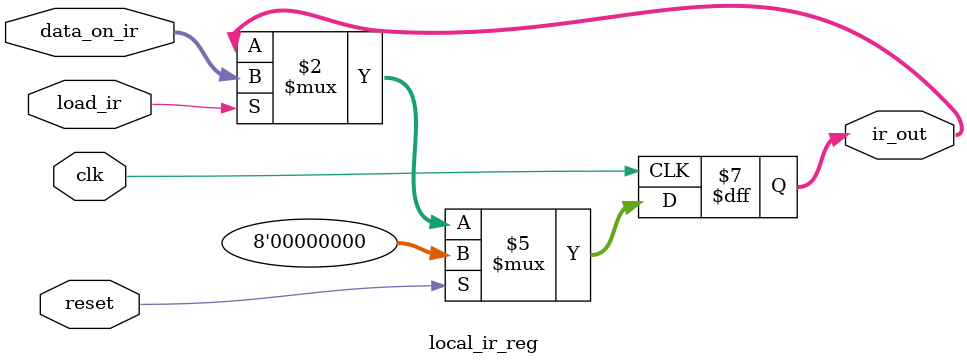
<source format=v>
`timescale 1ns / 1ps
module local_ir_reg(clk,reset,load_ir,ir_out,data_on_ir);
input clk;
input reset;
input load_ir;
input [7:0] data_on_ir;
output [7:0] ir_out;
reg [7:0] ir_out;

always @(posedge clk)
begin
	if(reset)
		ir_out <= 8'd0;
	else
	begin
		if(load_ir)
			ir_out <= data_on_ir;
	end
end		

endmodule

</source>
